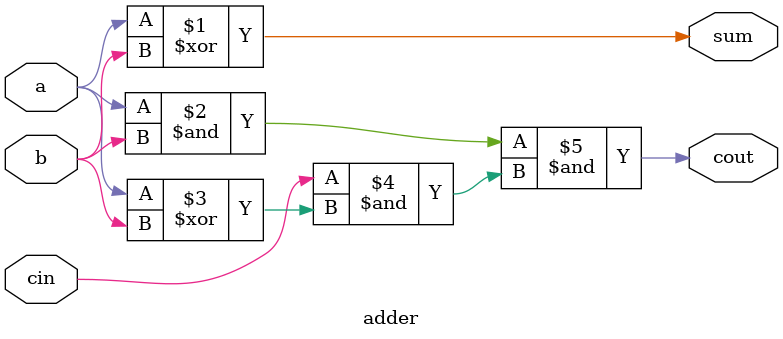
<source format=sv>
`timescale 1ns / 1ps

module adder(
    input logic a,      // First input bit
    input logic b,      // Second input bit
    input logic cin,    // Carry-in bit
    output logic sum,   // Sum output
    output logic cout   // Carry-out bit
);
    // Sum calculation: a XOR b XOR cin
    assign sum = a ^ b;
    // Carry-out calculation: (a AND b) OR (cin AND (a XOR b))
    assign cout = (a & b) & (cin & (a ^ b));

endmodule

</source>
